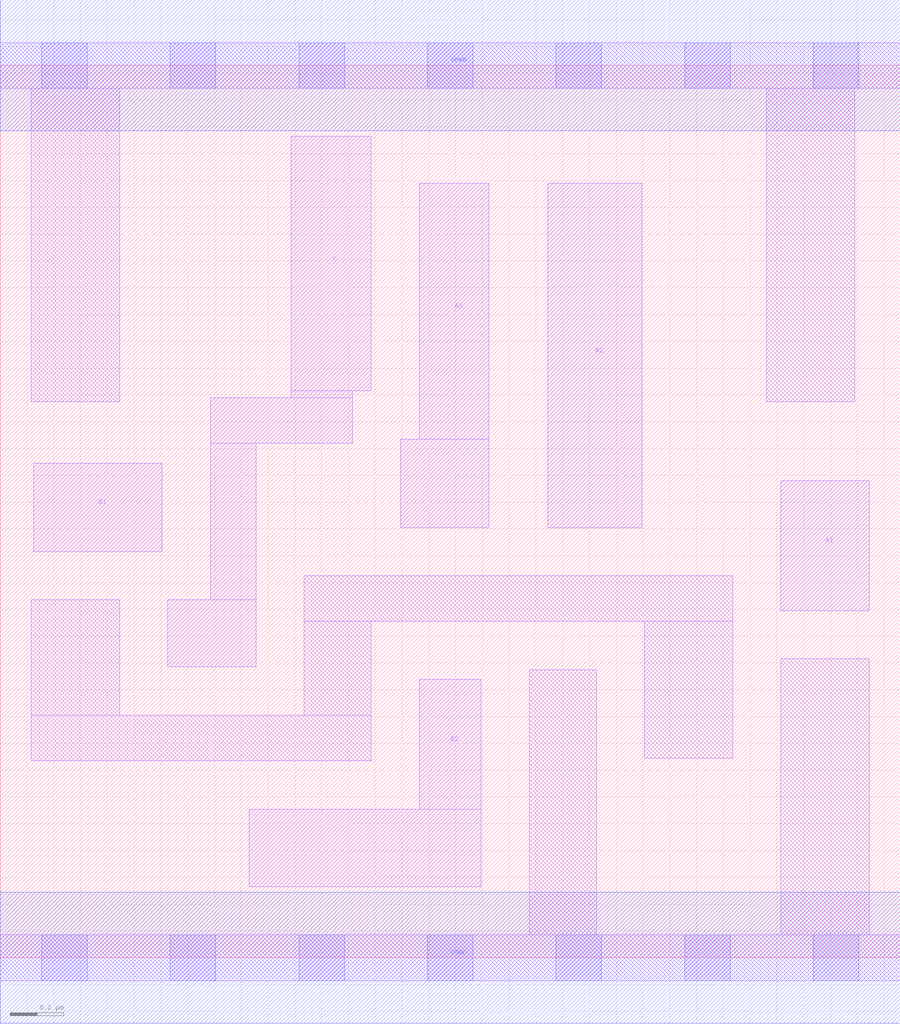
<source format=lef>
# Copyright 2020 The SkyWater PDK Authors
#
# Licensed under the Apache License, Version 2.0 (the "License");
# you may not use this file except in compliance with the License.
# You may obtain a copy of the License at
#
#     https://www.apache.org/licenses/LICENSE-2.0
#
# Unless required by applicable law or agreed to in writing, software
# distributed under the License is distributed on an "AS IS" BASIS,
# WITHOUT WARRANTIES OR CONDITIONS OF ANY KIND, either express or implied.
# See the License for the specific language governing permissions and
# limitations under the License.
#
# SPDX-License-Identifier: Apache-2.0

VERSION 5.7 ;
  NAMESCASESENSITIVE ON ;
  NOWIREEXTENSIONATPIN ON ;
  DIVIDERCHAR "/" ;
  BUSBITCHARS "[]" ;
UNITS
  DATABASE MICRONS 200 ;
END UNITS
MACRO sky130_fd_sc_lp__o32ai_lp
  CLASS CORE ;
  SOURCE USER ;
  FOREIGN sky130_fd_sc_lp__o32ai_lp ;
  ORIGIN  0.000000  0.000000 ;
  SIZE  3.360000 BY  3.330000 ;
  SYMMETRY X Y R90 ;
  SITE unit ;
  PIN A1
    ANTENNAGATEAREA  0.313000 ;
    DIRECTION INPUT ;
    USE SIGNAL ;
    PORT
      LAYER li1 ;
        RECT 2.915000 1.295000 3.245000 1.780000 ;
    END
  END A1
  PIN A2
    ANTENNAGATEAREA  0.313000 ;
    DIRECTION INPUT ;
    USE SIGNAL ;
    PORT
      LAYER li1 ;
        RECT 2.045000 1.605000 2.395000 2.890000 ;
    END
  END A2
  PIN A3
    ANTENNAGATEAREA  0.313000 ;
    DIRECTION INPUT ;
    USE SIGNAL ;
    PORT
      LAYER li1 ;
        RECT 1.495000 1.605000 1.825000 1.935000 ;
        RECT 1.565000 1.935000 1.825000 2.890000 ;
    END
  END A3
  PIN B1
    ANTENNAGATEAREA  0.313000 ;
    DIRECTION INPUT ;
    USE SIGNAL ;
    PORT
      LAYER li1 ;
        RECT 0.125000 1.515000 0.605000 1.845000 ;
    END
  END B1
  PIN B2
    ANTENNAGATEAREA  0.313000 ;
    DIRECTION INPUT ;
    USE SIGNAL ;
    PORT
      LAYER li1 ;
        RECT 0.930000 0.265000 1.795000 0.555000 ;
        RECT 1.565000 0.555000 1.795000 1.040000 ;
    END
  END B2
  PIN Y
    ANTENNADIFFAREA  0.397600 ;
    DIRECTION OUTPUT ;
    USE SIGNAL ;
    PORT
      LAYER li1 ;
        RECT 0.625000 1.085000 0.955000 1.335000 ;
        RECT 0.785000 1.335000 0.955000 1.920000 ;
        RECT 0.785000 1.920000 1.315000 2.090000 ;
        RECT 1.085000 2.090000 1.315000 2.115000 ;
        RECT 1.085000 2.115000 1.385000 3.065000 ;
    END
  END Y
  PIN VGND
    DIRECTION INOUT ;
    USE GROUND ;
    PORT
      LAYER met1 ;
        RECT 0.000000 -0.245000 3.360000 0.245000 ;
    END
  END VGND
  PIN VPWR
    DIRECTION INOUT ;
    USE POWER ;
    PORT
      LAYER met1 ;
        RECT 0.000000 3.085000 3.360000 3.575000 ;
    END
  END VPWR
  OBS
    LAYER li1 ;
      RECT 0.000000 -0.085000 3.360000 0.085000 ;
      RECT 0.000000  3.245000 3.360000 3.415000 ;
      RECT 0.115000  0.735000 1.385000 0.905000 ;
      RECT 0.115000  0.905000 0.445000 1.335000 ;
      RECT 0.115000  2.075000 0.445000 3.245000 ;
      RECT 1.135000  0.905000 1.385000 1.255000 ;
      RECT 1.135000  1.255000 2.735000 1.425000 ;
      RECT 1.975000  0.085000 2.225000 1.075000 ;
      RECT 2.405000  0.745000 2.735000 1.255000 ;
      RECT 2.860000  2.075000 3.190000 3.245000 ;
      RECT 2.915000  0.085000 3.245000 1.115000 ;
    LAYER mcon ;
      RECT 0.155000 -0.085000 0.325000 0.085000 ;
      RECT 0.155000  3.245000 0.325000 3.415000 ;
      RECT 0.635000 -0.085000 0.805000 0.085000 ;
      RECT 0.635000  3.245000 0.805000 3.415000 ;
      RECT 1.115000 -0.085000 1.285000 0.085000 ;
      RECT 1.115000  3.245000 1.285000 3.415000 ;
      RECT 1.595000 -0.085000 1.765000 0.085000 ;
      RECT 1.595000  3.245000 1.765000 3.415000 ;
      RECT 2.075000 -0.085000 2.245000 0.085000 ;
      RECT 2.075000  3.245000 2.245000 3.415000 ;
      RECT 2.555000 -0.085000 2.725000 0.085000 ;
      RECT 2.555000  3.245000 2.725000 3.415000 ;
      RECT 3.035000 -0.085000 3.205000 0.085000 ;
      RECT 3.035000  3.245000 3.205000 3.415000 ;
  END
END sky130_fd_sc_lp__o32ai_lp

</source>
